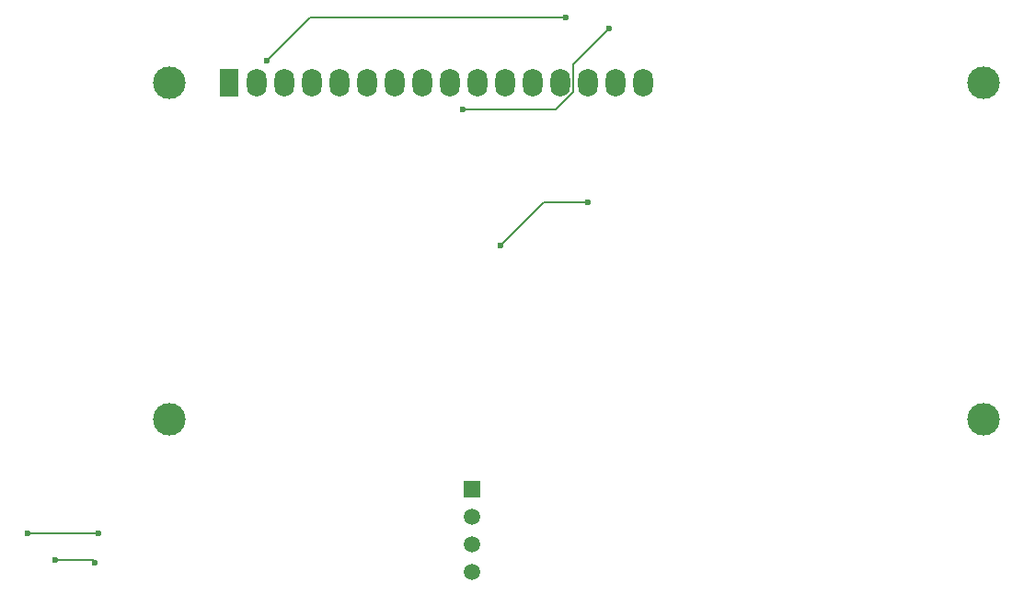
<source format=gbr>
%TF.GenerationSoftware,KiCad,Pcbnew,9.0.0*%
%TF.CreationDate,2025-04-10T22:29:10+05:30*%
%TF.ProjectId,greenhouse_control_assignment_new,67726565-6e68-46f7-9573-655f636f6e74,rev?*%
%TF.SameCoordinates,Original*%
%TF.FileFunction,Copper,L2,Bot*%
%TF.FilePolarity,Positive*%
%FSLAX46Y46*%
G04 Gerber Fmt 4.6, Leading zero omitted, Abs format (unit mm)*
G04 Created by KiCad (PCBNEW 9.0.0) date 2025-04-10 22:29:10*
%MOMM*%
%LPD*%
G01*
G04 APERTURE LIST*
%TA.AperFunction,ComponentPad*%
%ADD10R,1.500000X1.500000*%
%TD*%
%TA.AperFunction,ComponentPad*%
%ADD11C,1.500000*%
%TD*%
%TA.AperFunction,ComponentPad*%
%ADD12C,3.000000*%
%TD*%
%TA.AperFunction,ComponentPad*%
%ADD13R,1.800000X2.600000*%
%TD*%
%TA.AperFunction,ComponentPad*%
%ADD14O,1.800000X2.600000*%
%TD*%
%TA.AperFunction,ViaPad*%
%ADD15C,0.600000*%
%TD*%
%TA.AperFunction,Conductor*%
%ADD16C,0.200000*%
%TD*%
G04 APERTURE END LIST*
D10*
%TO.P,U2,1,VDD*%
%TO.N,/18*%
X101395000Y-91930000D03*
D11*
%TO.P,U2,2,DATA*%
%TO.N,Net-(J2-Pin_1)*%
X101395000Y-94470000D03*
%TO.P,U2,3,NC*%
%TO.N,unconnected-(U2-NC-Pad3)*%
X101395000Y-97010000D03*
%TO.P,U2,4,GND*%
%TO.N,GND*%
X101395000Y-99550000D03*
%TD*%
D12*
%TO.P,DS1,*%
%TO.N,*%
X73500900Y-54500000D03*
X73500900Y-85500700D03*
X148499480Y-85500700D03*
X148500000Y-54500000D03*
D13*
%TO.P,DS1,1,VSS*%
%TO.N,GND*%
X79000000Y-54500000D03*
D14*
%TO.P,DS1,2,VDD*%
%TO.N,+5V*%
X81540000Y-54500000D03*
%TO.P,DS1,3,VO*%
%TO.N,/19*%
X84080000Y-54500000D03*
%TO.P,DS1,4,RS*%
%TO.N,/7*%
X86620000Y-54500000D03*
%TO.P,DS1,5,R/W*%
%TO.N,GND*%
X89160000Y-54500000D03*
%TO.P,DS1,6,E*%
%TO.N,/6*%
X91700000Y-54500000D03*
%TO.P,DS1,7,D0*%
%TO.N,unconnected-(DS1-D0-Pad7)*%
X94240000Y-54500000D03*
%TO.P,DS1,8,D1*%
%TO.N,unconnected-(DS1-D1-Pad8)*%
X96780000Y-54500000D03*
%TO.P,DS1,9,D2*%
%TO.N,unconnected-(DS1-D2-Pad9)*%
X99320000Y-54500000D03*
%TO.P,DS1,10,D3*%
%TO.N,unconnected-(DS1-D3-Pad10)*%
X101860000Y-54500000D03*
%TO.P,DS1,11,D4*%
%TO.N,/5*%
X104400000Y-54500000D03*
%TO.P,DS1,12,D5*%
%TO.N,/4*%
X106940000Y-54500000D03*
%TO.P,DS1,13,D6*%
%TO.N,/3*%
X109480000Y-54500000D03*
%TO.P,DS1,14,D7*%
%TO.N,/2*%
X112020000Y-54500000D03*
%TO.P,DS1,15,LED(+)*%
%TO.N,+5V*%
X114560000Y-54500000D03*
%TO.P,DS1,16,LED(-)*%
%TO.N,GND*%
X117100000Y-54500000D03*
%TD*%
D15*
%TO.N,+5V*%
X110000000Y-48500000D03*
X82500000Y-52500000D03*
%TO.N,GND*%
X114000000Y-49500000D03*
X100500000Y-57000000D03*
%TO.N,/2*%
X104000000Y-69500000D03*
X112020000Y-65500000D03*
%TO.N,/3*%
X60500000Y-96000000D03*
X67000000Y-96000000D03*
%TO.N,/5*%
X63000000Y-98500000D03*
X66685000Y-98685000D03*
%TD*%
D16*
%TO.N,+5V*%
X86500000Y-48500000D02*
X110000000Y-48500000D01*
X82500000Y-52500000D02*
X86500000Y-48500000D01*
%TO.N,GND*%
X110681000Y-52819000D02*
X114000000Y-49500000D01*
X110681000Y-55397470D02*
X110681000Y-52819000D01*
X109078470Y-57000000D02*
X110681000Y-55397470D01*
X100500000Y-57000000D02*
X109078470Y-57000000D01*
%TO.N,/2*%
X108000000Y-65500000D02*
X104000000Y-69500000D01*
X112020000Y-65500000D02*
X108000000Y-65500000D01*
%TO.N,/3*%
X67000000Y-96000000D02*
X60500000Y-96000000D01*
%TO.N,/5*%
X66500000Y-98500000D02*
X63000000Y-98500000D01*
X66685000Y-98685000D02*
X66500000Y-98500000D01*
%TD*%
M02*

</source>
